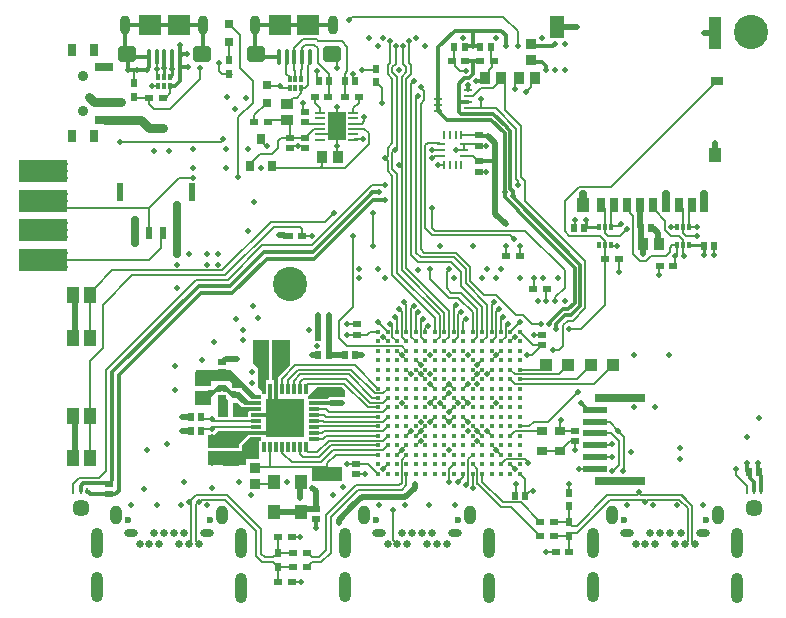
<source format=gtl>
G04*
G04 #@! TF.GenerationSoftware,Altium Limited,Altium Designer,19.0.15 (446)*
G04*
G04 Layer_Physical_Order=1*
G04 Layer_Color=255*
%FSLAX42Y42*%
%MOMM*%
G71*
G01*
G75*
%ADD10C,0.25*%
%ADD15C,0.20*%
%ADD16C,0.38*%
%ADD18C,0.15*%
%ADD21R,0.29X0.53*%
%ADD22R,0.65X0.27*%
%ADD23R,0.65X0.25*%
%ADD24R,0.90X1.00*%
%ADD25R,0.60X0.64*%
%ADD26R,0.75X0.60*%
%ADD27R,0.64X0.60*%
%ADD28R,0.95X0.85*%
%ADD29R,0.80X1.00*%
%ADD30R,1.50X0.70*%
%ADD31R,0.60X0.75*%
%ADD32R,0.30X0.60*%
%ADD33R,0.25X0.68*%
%ADD34R,0.68X0.25*%
%ADD35R,0.60X1.10*%
%ADD36R,0.60X1.50*%
%ADD37R,0.85X0.65*%
%ADD38R,2.00X0.60*%
%ADD39R,4.20X0.70*%
%ADD40R,0.30X0.52*%
%ADD41C,0.40*%
%ADD42R,1.90X1.80*%
G04:AMPARAMS|DCode=43|XSize=1.6mm|YSize=1.4mm|CornerRadius=0.35mm|HoleSize=0mm|Usage=FLASHONLY|Rotation=180.000|XOffset=0mm|YOffset=0mm|HoleType=Round|Shape=RoundedRectangle|*
%AMROUNDEDRECTD43*
21,1,1.60,0.70,0,0,180.0*
21,1,0.90,1.40,0,0,180.0*
1,1,0.70,-0.45,0.35*
1,1,0.70,0.45,0.35*
1,1,0.70,0.45,-0.35*
1,1,0.70,-0.45,-0.35*
%
%ADD43ROUNDEDRECTD43*%
%ADD44O,0.40X1.35*%
%ADD45R,1.05X1.40*%
%ADD46R,1.00X0.90*%
%ADD47R,0.70X1.20*%
%ADD48R,1.00X1.20*%
%ADD49R,1.00X0.80*%
%ADD50R,1.00X2.80*%
%ADD51R,1.30X1.90*%
%ADD52R,0.80X0.80*%
%ADD53R,0.65X0.95*%
%ADD54R,0.85X0.25*%
%ADD55R,1.58X2.48*%
%ADD56R,1.00X1.00*%
%ADD57R,1.00X1.00*%
%ADD58R,4.06X1.91*%
%ADD59R,1.10X1.20*%
%ADD60R,0.30X0.91*%
%ADD61R,0.91X0.30*%
%ADD62R,3.25X3.25*%
%ADD63R,1.40X1.30*%
%ADD64R,1.30X1.40*%
%ADD65R,2.50X1.25*%
%ADD131C,0.30*%
%ADD132C,0.51*%
%ADD133C,0.76*%
%ADD134C,0.64*%
%ADD135C,1.45*%
%ADD136C,0.90*%
%ADD137C,0.65*%
%ADD138O,1.15X0.65*%
%ADD139C,0.60*%
%ADD140O,1.00X1.60*%
%ADD141O,1.00X2.56*%
%ADD142O,0.90X1.60*%
%ADD143C,2.90*%
%ADD144C,0.46*%
G36*
X1920Y-3000D02*
X1820Y-3100D01*
X1820D01*
Y-3130D01*
X1770D01*
Y-2790D01*
X1920D01*
Y-3000D01*
D02*
G37*
G36*
X1750Y-3130D02*
X1720D01*
Y-3230D01*
X1690D01*
X1650Y-3190D01*
X1650Y-3030D01*
X1610Y-2990D01*
Y-2790D01*
X1750D01*
Y-3130D01*
D02*
G37*
G36*
X1420Y-3040D02*
X1655Y-3275D01*
X1594Y-3275D01*
X1454Y-3135D01*
X1130Y-3135D01*
Y-3040D01*
X1420Y-3040D01*
D02*
G37*
G36*
X2390Y-3220D02*
Y-3270D01*
X2260D01*
X2240Y-3290D01*
X2080D01*
Y-3260D01*
X2150Y-3190D01*
X2360D01*
X2390Y-3220D01*
D02*
G37*
G36*
X1440Y-3230D02*
X1500D01*
X1580Y-3310D01*
Y-3340D01*
X1540D01*
X1480Y-3280D01*
X1440D01*
X1380Y-3220D01*
Y-3210D01*
X1320D01*
X1250Y-3280D01*
Y-3240D01*
X1320Y-3170D01*
Y-3170D01*
X1380D01*
X1440Y-3230D01*
D02*
G37*
G36*
X1400Y-3300D02*
Y-3440D01*
X1310D01*
Y-3294D01*
X1330Y-3270D01*
X1370D01*
X1400Y-3300D01*
D02*
G37*
G36*
X1520Y-3360D02*
X1570D01*
Y-3440D01*
X1440Y-3440D01*
Y-3320D01*
X1480Y-3320D01*
X1520Y-3360D01*
D02*
G37*
G36*
X1570Y-3590D02*
X1460Y-3700D01*
X1230D01*
Y-3590D01*
X1280D01*
X1310Y-3560D01*
X1570D01*
Y-3590D01*
D02*
G37*
G36*
X1660Y-3800D02*
X1550D01*
Y-3850D01*
X1230D01*
Y-3730D01*
X1520D01*
Y-3680D01*
X1590Y-3610D01*
X1660D01*
Y-3800D01*
D02*
G37*
D10*
X1350Y-2976D02*
X1351Y-2975D01*
X1350Y-3350D02*
Y-3284D01*
Y-3382D02*
Y-3350D01*
Y-3382D02*
X1376Y-3408D01*
Y-3410D02*
Y-3408D01*
X1780Y-3550D02*
X1880Y-3450D01*
X1755Y-3575D02*
X1780Y-3550D01*
X1855Y-3425D02*
X1880Y-3450D01*
X5426Y-2066D02*
Y-1990D01*
X5424Y-1988D02*
X5426Y-1990D01*
X5300Y-1988D02*
X5424D01*
X4422Y-1833D02*
X4540D01*
X860Y-562D02*
X860Y-562D01*
X860Y-562D02*
Y-490D01*
X910Y-562D02*
X925Y-547D01*
Y-495D01*
X4430Y-1824D02*
Y-1770D01*
X4414Y-1840D02*
X4422Y-1833D01*
X4430Y-1824D01*
D15*
X340Y-2860D02*
Y-2490D01*
X233Y-2967D02*
X340Y-2860D01*
X233Y-3430D02*
Y-2967D01*
X3963Y-610D02*
X4003Y-570D01*
X3850Y-1480D02*
Y-1440D01*
X3840Y-1430D02*
X3850Y-1440D01*
X3840Y-1430D02*
Y-1000D01*
X3740Y-840D02*
Y-570D01*
Y-840D02*
X3880Y-980D01*
Y-1410D02*
Y-980D01*
Y-1410D02*
X3910Y-1440D01*
Y-1610D02*
Y-1440D01*
X3540Y-825D02*
X3665D01*
X3430D02*
X3540D01*
X3538Y-823D02*
X3540Y-825D01*
X3538Y-823D02*
Y-750D01*
X3665Y-825D02*
X3840Y-1000D01*
X3910Y-1610D02*
X4420Y-2120D01*
X2420Y-80D02*
X2450Y-50D01*
X3730D01*
X3850Y-170D01*
Y-300D02*
Y-170D01*
X3960Y-650D02*
Y-620D01*
X3963Y-617D01*
Y-610D01*
X4003Y-570D02*
X4010D01*
X3920Y-690D02*
X3960Y-650D01*
X3640Y-656D02*
X3673Y-623D01*
Y-605D01*
X3708Y-570D01*
X3538Y-656D02*
X3640D01*
X3471Y-723D02*
X3538Y-656D01*
X3432Y-723D02*
X3471D01*
X3430Y-725D02*
X3432Y-723D01*
X3830Y-603D02*
X3862Y-570D01*
X3830Y-660D02*
Y-603D01*
X4420Y-2520D02*
Y-2120D01*
X4316Y-2624D02*
X4420Y-2520D01*
X4276Y-2624D02*
X4316D01*
X3150Y-1862D02*
X3912D01*
X4250Y-2200D01*
Y-2345D02*
Y-2200D01*
X4170Y-2425D02*
X4250Y-2345D01*
X4170Y-2460D02*
Y-2425D01*
X3983Y-2360D02*
X3990Y-2352D01*
Y-2260D01*
X4090Y-2367D02*
X4097Y-2360D01*
X4090Y-2460D02*
Y-2367D01*
X3624Y-410D02*
X3644Y-430D01*
X3636Y-436D02*
X3642Y-430D01*
X3630Y-480D02*
Y-430D01*
X3609Y-501D02*
X3630Y-480D01*
X3609Y-544D02*
Y-501D01*
X3583Y-570D02*
X3609Y-544D01*
X4234Y-2666D02*
X4276Y-2624D01*
X4234Y-2836D02*
Y-2666D01*
X4200Y-2870D02*
X4234Y-2836D01*
X3296Y-430D02*
X3300D01*
X3292D02*
X3296D01*
X3360Y-510D02*
X3410D01*
X3320Y-470D02*
X3360Y-510D01*
X3320Y-470D02*
Y-450D01*
X3300Y-430D02*
X3320Y-450D01*
X3030Y-650D02*
X3060Y-680D01*
Y-760D02*
Y-680D01*
X3030Y-790D02*
X3060Y-760D01*
X3644Y-430D02*
X3647D01*
X3642D02*
X3644D01*
X3296D02*
X3316Y-410D01*
Y-310D01*
X3624Y-410D02*
Y-310D01*
X1908Y-656D02*
X1920Y-668D01*
X1840Y-656D02*
X1908D01*
X1680Y-1080D02*
X1683Y-1082D01*
Y-1112D02*
Y-1082D01*
X600Y-612D02*
Y-500D01*
X2790Y-1120D02*
Y-580D01*
Y-1120D02*
Y-1120D01*
X2870Y-1330D02*
Y-1290D01*
Y-2200D02*
Y-1330D01*
X5700Y-3930D02*
Y-3880D01*
X370Y-3894D02*
Y-3040D01*
X304Y-3960D02*
X370Y-3894D01*
X140Y-3960D02*
X304D01*
X90Y-4069D02*
Y-4010D01*
X140Y-3960D01*
X275Y-2345D02*
X420Y-2200D01*
X5700Y-3930D02*
X5791Y-4021D01*
Y-4067D02*
Y-4021D01*
X3551Y-3991D02*
X3724Y-4164D01*
X4370Y-3880D02*
X4510D01*
X4290Y-4333D02*
Y-4203D01*
X4288Y-4338D02*
Y-4330D01*
X4611Y-4099D02*
X4861D01*
X4317Y-4360D02*
X4317Y-4360D01*
X4310Y-4360D02*
X4317D01*
X4288Y-4338D02*
X4310Y-4360D01*
X4317Y-4360D02*
X4350D01*
X4611Y-4099D01*
X4288Y-4450D02*
Y-4442D01*
X4317Y-4420D02*
X4317Y-4420D01*
X4310Y-4420D02*
X4317D01*
X4288Y-4442D02*
X4310Y-4420D01*
X4317Y-4420D02*
X4353D01*
X4633Y-4140D01*
X4288Y-4200D02*
X4290Y-4203D01*
X4700Y-3556D02*
X4755Y-3611D01*
Y-3883D02*
Y-3611D01*
X4740Y-3897D02*
X4755Y-3883D01*
X4515Y-3485D02*
X4629D01*
X4510Y-3480D02*
X4515Y-3485D01*
X4629D02*
X4700Y-3556D01*
X4510Y-3580D02*
X4645D01*
X4661Y-3897D02*
X4710Y-3848D01*
Y-3645D01*
X4645Y-3580D02*
X4710Y-3645D01*
X4652Y-3897D02*
X4661D01*
X4645Y-3675D02*
X4650Y-3670D01*
X4515Y-3675D02*
X4645D01*
X4510Y-3680D02*
X4515Y-3675D01*
X4510Y-3780D02*
X4650D01*
X4510Y-3780D02*
X4510Y-3780D01*
X3870Y-3520D02*
X3950D01*
X3990Y-3480D01*
X4110D01*
X4360Y-3230D01*
X3970Y-2650D02*
X4050D01*
X4150Y-2870D02*
X4200D01*
X4388Y-2692D02*
X4590Y-2490D01*
X4290Y-2692D02*
X4388D01*
X4350Y-3120D02*
X4470Y-3000D01*
X3870Y-3120D02*
X4350D01*
X4500Y-3160D02*
X4660Y-3000D01*
X3900Y-3160D02*
X4500D01*
X4590Y-2490D02*
Y-1988D01*
X2108D02*
X2616Y-1480D01*
X2730D02*
X2730Y-1480D01*
X2616Y-1480D02*
X2730D01*
X1690Y-1988D02*
X2108D01*
X1397Y-2280D02*
X1690Y-1988D01*
X2027Y-1910D02*
X2110D01*
X2005Y-1830D02*
X2027Y-1852D01*
Y-1910D02*
Y-1852D01*
X1785Y-1830D02*
X2005D01*
X1375Y-2240D02*
X1785Y-1830D01*
X2340Y-2630D02*
X2460Y-2510D01*
Y-1910D01*
X3130Y-1842D02*
X3150Y-1862D01*
X3130Y-1842D02*
Y-1670D01*
X4447Y-3380D02*
X4510D01*
X2412Y-2744D02*
X2490D01*
X2410Y-2746D02*
X2412Y-2744D01*
X1130Y-2280D02*
X1397D01*
X370Y-3040D02*
X1130Y-2280D01*
X590Y-2240D02*
X1375D01*
X1762Y-1790D02*
X2220D01*
X1352Y-2200D02*
X1762Y-1790D01*
X420Y-2200D02*
X1352D01*
X340Y-2490D02*
X590Y-2240D01*
X275Y-2368D02*
Y-2345D01*
X233Y-2410D02*
X275Y-2368D01*
X732Y-1877D02*
Y-1670D01*
X730Y-1880D02*
X732Y-1877D01*
X-40Y-1670D02*
X20D01*
X-100D02*
X-40D01*
X-110D02*
X-100D01*
X-170Y-1610D02*
X-110Y-1670D01*
X732D02*
X986Y-1416D01*
X1106D01*
X20Y-1670D02*
X732D01*
X830Y-2006D02*
Y-1937D01*
X830Y-1937D01*
Y-1900D01*
X850Y-1880D01*
X726Y-2110D02*
X830Y-2006D01*
X20Y-2110D02*
X726D01*
X2220Y-1790D02*
X2300Y-1710D01*
X1340Y-1110D02*
X1360Y-1090D01*
X484Y-1110D02*
X1340D01*
X1360Y-3660D02*
X1380Y-3680D01*
X2483Y-4019D02*
X2850D01*
X2230Y-4272D02*
X2483Y-4019D01*
X2230Y-4570D02*
Y-4272D01*
X2500Y-4060D02*
X2870D01*
X2270Y-4290D02*
X2500Y-4060D01*
X2270Y-4590D02*
Y-4290D01*
X2189Y-4671D02*
X2270Y-4590D01*
X2170Y-4630D02*
X2230Y-4570D01*
X1860Y-3742D02*
X1938Y-3820D01*
X1860Y-3742D02*
Y-3700D01*
X1855Y-3695D02*
X1860Y-3700D01*
X1938Y-3820D02*
X2190D01*
X4633Y-4140D02*
X4910D01*
X3797Y-4204D02*
X4042Y-4450D01*
X3707Y-4204D02*
X3797D01*
X3513Y-4010D02*
X3707Y-4204D01*
X3510Y-4010D02*
X3513D01*
X3876Y-4164D02*
X4042Y-4330D01*
X3724Y-4164D02*
X3876D01*
X4830Y-2060D02*
X4890Y-2120D01*
X4830Y-2060D02*
Y-1740D01*
X4800Y-1710D02*
X4830Y-1740D01*
X5050Y-2240D02*
Y-2162D01*
X4210Y-3470D02*
X4215Y-3465D01*
X3974Y-2920D02*
X4060Y-2834D01*
X3930Y-2920D02*
X3974D01*
X4210Y-3560D02*
Y-3470D01*
X3870Y-3120D02*
X3870Y-3120D01*
X3790Y-2800D02*
X3830Y-2760D01*
X-40Y-2110D02*
X20D01*
X-100D02*
X-40D01*
X-160D02*
X-100D01*
X-170D02*
X-160D01*
X-40Y-1610D02*
X20D01*
X-100D02*
X-40D01*
X-160D02*
X-100D01*
X-170D02*
X-160D01*
X233Y-3790D02*
Y-3430D01*
X2700Y-780D02*
Y-657D01*
X4708Y-2100D02*
X4710Y-2102D01*
Y-2210D02*
Y-2102D01*
X3750Y-2077D02*
X3753Y-2080D01*
X3750Y-2077D02*
Y-1990D01*
X2650Y-607D02*
X2700Y-657D01*
X5300Y-1833D02*
X5370D01*
X4590Y-1880D02*
Y-1833D01*
X5250Y-2070D02*
X5260Y-2080D01*
X5250Y-2070D02*
Y-1988D01*
X5167Y-2160D02*
X5180Y-2148D01*
Y-2080D01*
X5190D01*
X5200Y-2070D01*
X5108Y-2080D02*
X5140Y-2048D01*
X4890Y-2120D02*
X4940D01*
X4980Y-2080D02*
X5108D01*
X4940Y-2120D02*
X4980Y-2080D01*
X5162Y-1988D02*
X5200D01*
X5140Y-2010D02*
X5162Y-1988D01*
X5140Y-2048D02*
Y-2010D01*
X5200Y-2070D02*
Y-1988D01*
X4800Y-1710D02*
Y-1670D01*
X4780Y-1650D02*
X4800Y-1670D01*
X5100Y-1860D02*
Y-1780D01*
X5020Y-1700D02*
X5100Y-1780D01*
X5020Y-1700D02*
Y-1670D01*
X5100Y-1860D02*
X5150Y-1910D01*
X5220D01*
X5000Y-1650D02*
X5020Y-1670D01*
X5514Y-2066D02*
Y-1990D01*
X3410Y-2310D02*
X3590Y-2490D01*
X3370Y-2330D02*
X3550Y-2510D01*
X3270Y-2430D02*
X3350D01*
X3110Y-2270D02*
X3270Y-2430D01*
X3110Y-2270D02*
Y-2190D01*
X3290Y-2390D02*
X3370D01*
X3250Y-2350D02*
X3290Y-2390D01*
X3250Y-2350D02*
Y-2210D01*
X3270Y-2190D01*
X3350Y-2430D02*
X3470Y-2550D01*
X2910Y-2180D02*
Y-580D01*
Y-2180D02*
X3270Y-2540D01*
Y-2680D02*
Y-2540D01*
X3230Y-2720D02*
Y-2560D01*
X2870Y-2200D02*
X3230Y-2560D01*
X3190Y-2680D02*
Y-2580D01*
X3150Y-2720D02*
Y-2600D01*
X2750Y-460D02*
X2770Y-440D01*
Y-260D01*
X2910Y-580D02*
X2950Y-540D01*
Y-460D01*
X2930Y-440D02*
X2950Y-460D01*
X2930Y-440D02*
Y-260D01*
X2870Y-560D02*
X2910Y-520D01*
Y-480D01*
X2880Y-450D02*
X2910Y-480D01*
X2880Y-450D02*
Y-300D01*
X2790Y-480D02*
X2820Y-450D01*
Y-300D01*
X5280Y-1910D02*
X5370D01*
X5250Y-1880D02*
X5280Y-1910D01*
X5250Y-1880D02*
Y-1833D01*
Y-1988D02*
Y-1940D01*
X5220Y-1910D02*
X5250Y-1940D01*
X5153Y-1833D02*
X5200D01*
X4640D02*
Y-1680D01*
X4670Y-1650D01*
X4590Y-1833D02*
Y-1680D01*
X4560Y-1650D02*
X4590Y-1680D01*
X5300Y-1833D02*
Y-1680D01*
X5330Y-1650D01*
X5250Y-1833D02*
Y-1680D01*
X5220Y-1650D02*
X5250Y-1680D01*
X1320Y-510D02*
Y-440D01*
Y-510D02*
X1348Y-538D01*
X1410Y-422D02*
Y-265D01*
Y-425D02*
Y-422D01*
Y-538D02*
X1430D01*
X1348D02*
X1410D01*
X1790Y-1330D02*
X2390D01*
X2190Y-1315D02*
X2192Y-1312D01*
X1775Y-1315D02*
X1790Y-1330D01*
X2192Y-1312D02*
Y-1240D01*
X2320Y-1232D02*
X2327Y-1240D01*
X2320Y-1232D02*
Y-1150D01*
X3590Y-2690D02*
Y-2490D01*
X3550Y-2720D02*
Y-2510D01*
X3510Y-2690D02*
Y-2530D01*
X3370Y-2390D02*
X3510Y-2530D01*
X3470Y-2720D02*
Y-2550D01*
X3790Y-2720D02*
X3870Y-2640D01*
X3750Y-2670D02*
X3770Y-2650D01*
X3750Y-2690D02*
Y-2670D01*
X3710Y-2610D02*
X3730Y-2590D01*
X3670Y-2550D02*
X3690Y-2530D01*
X3670Y-2690D02*
Y-2550D01*
X3630Y-2490D02*
X3650Y-2470D01*
X3630Y-2720D02*
Y-2490D01*
X3390Y-2630D02*
X3410Y-2610D01*
X3390Y-2720D02*
Y-2630D01*
X3350Y-2570D02*
X3370Y-2550D01*
X3310Y-2510D02*
X3330Y-2490D01*
X3310Y-2720D02*
Y-2510D01*
X2670Y-2640D02*
Y-2640D01*
Y-2640D02*
X2750Y-2720D01*
X2890Y-2470D02*
X2910Y-2490D01*
Y-2720D02*
Y-2490D01*
X2850Y-2530D02*
X2870Y-2550D01*
Y-2690D02*
Y-2550D01*
X2810Y-2590D02*
X2830Y-2610D01*
Y-2720D02*
Y-2610D01*
X2790Y-2690D02*
Y-2670D01*
X2770Y-2650D02*
X2790Y-2670D01*
X2950Y-2520D02*
X2970Y-2500D01*
X2950Y-2690D02*
Y-2520D01*
X2990Y-2570D02*
X3010Y-2550D01*
X2990Y-2720D02*
Y-2570D01*
X3030Y-2630D02*
X3050Y-2610D01*
X3030Y-2690D02*
Y-2630D01*
X3070Y-2690D02*
X3090Y-2670D01*
X3070Y-2720D02*
Y-2690D01*
X4340Y-3720D02*
Y-3644D01*
X4291D02*
X4340D01*
X4210Y-3725D02*
X4291Y-3644D01*
X4055Y-3725D02*
X4210D01*
X4336Y-3560D02*
X4340Y-3556D01*
X4210Y-3560D02*
X4336D01*
X3900D02*
X4055D01*
X3590D02*
X3630Y-3600D01*
X3954Y-4070D02*
X3980D01*
X3914Y-4110D02*
X3954Y-4070D01*
X3840Y-4096D02*
Y-4010D01*
X3826Y-4110D02*
X3840Y-4096D01*
X4290Y-4083D02*
Y-4010D01*
X4090Y-4580D02*
X4172D01*
X3551Y-3991D02*
Y-3921D01*
X3550Y-3920D02*
X3551Y-3921D01*
X3510Y-4010D02*
Y-3950D01*
X795Y-547D02*
X810Y-562D01*
X795Y-547D02*
Y-495D01*
X2280Y-370D02*
X2320Y-410D01*
Y-490D02*
Y-410D01*
Y-980D02*
Y-820D01*
X2252Y-1047D02*
X2320Y-980D01*
X2150Y-584D02*
Y-510D01*
Y-584D02*
X2166Y-600D01*
X2030Y-836D02*
X2050Y-856D01*
X1830Y-440D02*
Y-392D01*
X1840Y-656D02*
Y-640D01*
X2030Y-836D02*
Y-780D01*
X2178Y-1047D02*
X2252D01*
X2320Y-1150D02*
Y-980D01*
X1585Y-1315D02*
Y-1295D01*
X1670Y-1210D01*
X1770D01*
X1844Y-1076D02*
X1920D01*
X1738Y-940D02*
X1750Y-927D01*
X1900D01*
X2124Y-1002D02*
X2178D01*
X2050Y-1076D02*
X2124Y-1002D01*
X1920Y-1076D02*
X2050D01*
X1920D02*
Y-947D01*
X1900Y-927D02*
X1920Y-947D01*
X2063Y-957D02*
X2178D01*
X2050Y-944D02*
X2063Y-957D01*
X1893Y-533D02*
Y-394D01*
X1895Y-392D01*
X1893Y-533D02*
X1920Y-560D01*
Y-592D02*
Y-582D01*
Y-560D01*
X2090Y-392D02*
X2097Y-399D01*
X2090Y-450D02*
Y-392D01*
X1980Y-740D02*
X2020Y-700D01*
X1952Y-740D02*
X1980D01*
X1900Y-792D02*
X1952Y-740D01*
X2020Y-700D02*
Y-658D01*
X2080Y-460D02*
X2090Y-450D01*
X2080Y-630D02*
Y-460D01*
X2052Y-658D02*
X2080Y-630D01*
X2020Y-658D02*
X2052D01*
X2020Y-500D02*
X2025Y-495D01*
X2020Y-592D02*
Y-582D01*
Y-500D01*
X2160Y-440D02*
Y-320D01*
X2254Y-600D02*
Y-534D01*
X2025Y-315D02*
X2050Y-290D01*
X2130D02*
X2160Y-320D01*
X2254Y-723D02*
Y-600D01*
X2248Y-730D02*
X2254Y-723D01*
X2160Y-440D02*
X2173Y-453D01*
X2173D01*
X2207Y-487D01*
Y-487D02*
Y-487D01*
Y-487D02*
X2254Y-534D01*
X2050Y-290D02*
X2130D01*
X1960Y-500D02*
X1970Y-510D01*
Y-592D02*
Y-582D01*
Y-510D01*
X2386Y-600D02*
Y-534D01*
X2165Y-260D02*
X2360D01*
X2410Y-310D01*
X2386Y-723D02*
Y-600D01*
Y-723D02*
X2392Y-730D01*
X1960Y-315D02*
X2031Y-244D01*
X2149D01*
X2165Y-260D01*
X2386Y-534D02*
X2410Y-510D01*
Y-310D01*
X2133Y-782D02*
Y-730D01*
Y-782D02*
X2178Y-828D01*
Y-867D02*
Y-828D01*
X2461Y-867D02*
Y-828D01*
X4158Y-4450D02*
X4288D01*
Y-4580D02*
Y-4450D01*
X4158Y-4330D02*
X4288D01*
X3230Y-3200D02*
X3270Y-3160D01*
X3270D01*
X3310Y-3200D02*
X3310D01*
X3270Y-3160D02*
X3310Y-3200D01*
X3150Y-3280D02*
Y-3280D01*
X3110Y-3320D02*
X3150Y-3280D01*
Y-3360D02*
Y-3360D01*
X3110Y-3320D02*
X3150Y-3360D01*
X3230Y-3440D02*
X3270Y-3480D01*
X3310Y-3440D02*
Y-3440D01*
X3270Y-3480D02*
X3310Y-3440D01*
X3390Y-3360D02*
X3390D01*
X3430Y-3320D01*
X3390Y-3280D02*
X3430Y-3320D01*
X3230Y-3280D02*
X3270Y-3240D01*
X3270D01*
X3310Y-3280D02*
Y-3280D01*
Y-3280D02*
X3350Y-3320D01*
X3270Y-3400D02*
X3310Y-3360D01*
X3190Y-3320D02*
X3230Y-3360D01*
X3030Y-3080D02*
X3070Y-3120D01*
X3470D02*
X3470D01*
X3510Y-3080D01*
X3550Y-3040D02*
Y-3040D01*
X3510Y-3080D02*
X3550Y-3040D01*
X3030Y-3560D02*
X3070Y-3520D01*
X2990Y-3600D02*
X3030Y-3560D01*
X3470Y-3520D02*
X3510Y-3560D01*
X3510D01*
X3510D02*
X3550Y-3600D01*
X3630Y-3680D02*
X3670Y-3720D01*
X3710Y-3760D01*
X3630Y-2960D02*
X3630D01*
X3670Y-2920D01*
X3710Y-2880D01*
X3110Y-3160D02*
X3150Y-3200D01*
X3110Y-3160D02*
Y-3160D01*
X3390Y-3200D02*
X3390D01*
X3430Y-3160D01*
X3390Y-3440D02*
X3430Y-3480D01*
X3110Y-3480D02*
X3150Y-3440D01*
X3110Y-3480D02*
Y-3480D01*
X3510Y-3000D02*
X3550Y-2960D01*
X3510Y-3000D02*
Y-3000D01*
X2990Y-2960D02*
X3030Y-3000D01*
X3590Y-3080D02*
X3630Y-3040D01*
X3590Y-3080D02*
Y-3080D01*
X3550Y-3680D02*
Y-3680D01*
X3510Y-3640D02*
X3550Y-3680D01*
X3790Y-3840D02*
X3830Y-3880D01*
X3790Y-2800D02*
X3790D01*
X2710Y-2760D02*
X2750Y-2800D01*
X3710Y-2720D02*
Y-2610D01*
X910Y-700D02*
Y-638D01*
X870Y-740D02*
X910Y-700D01*
X848Y-740D02*
X870D01*
X612D02*
X732D01*
X600Y-728D02*
X612Y-740D01*
X752Y-638D02*
X810D01*
X2460Y-1094D02*
X2461Y-1092D01*
X2550Y-937D02*
Y-900D01*
X2530Y-957D02*
X2550Y-937D01*
X2461Y-957D02*
X2530D01*
X3350Y-2680D02*
Y-2570D01*
X5270Y-4514D02*
X5290Y-4494D01*
Y-4210D01*
X5220Y-4140D02*
X5290Y-4210D01*
X4950Y-4140D02*
X5220D01*
X4930Y-4160D02*
X4950Y-4140D01*
X5331Y-4495D02*
X5350Y-4514D01*
X5328Y-4191D02*
X5331D01*
X5237Y-4099D02*
X5328Y-4191D01*
X5331Y-4495D02*
Y-4191D01*
X5239Y-4099D02*
X5331Y-4191D01*
X4899Y-4099D02*
X5237D01*
X4880Y-4080D02*
X4899Y-4099D01*
X4910Y-4140D02*
X4930Y-4160D01*
X4861Y-4099D02*
X4880Y-4080D01*
X4288Y-4330D02*
X4290Y-4333D01*
X1130Y-4494D02*
X1150Y-4514D01*
X1070D02*
X1089Y-4495D01*
X1150Y-4160D02*
X1170Y-4140D01*
X1370D01*
X1131Y-4099D02*
X1389D01*
X3470Y-4040D02*
Y-3920D01*
X3430Y-4000D02*
Y-3950D01*
X3410Y-4020D02*
X3430Y-4000D01*
X3390Y-3950D02*
Y-3920D01*
X3350Y-3990D02*
X3390Y-3950D01*
X3270Y-3990D02*
Y-3950D01*
X3870Y-3920D02*
X3914Y-3964D01*
Y-4110D02*
Y-3964D01*
X3986Y-2746D02*
X4060D01*
X3870Y-2720D02*
X3984Y-2834D01*
X4060D01*
X2036Y-1150D02*
X2050Y-1164D01*
X1990Y-1150D02*
X2036D01*
X1920Y-1164D02*
X1934Y-1150D01*
X1990D01*
X3790Y-3040D02*
X3830Y-3080D01*
X3870Y-3040D02*
X4050D01*
X4090Y-3000D01*
X3900Y-3080D02*
X4200D01*
X4280Y-3000D01*
X3790Y-3120D02*
X3790D01*
X3830Y-3160D01*
X1680Y-1085D02*
Y-1080D01*
X1770Y-1210D02*
X1820Y-1160D01*
Y-1100D01*
X1844Y-1076D01*
X1683Y-1112D02*
X1720Y-1150D01*
X1730D01*
X3219Y-1300D02*
X3225Y-1306D01*
X3180Y-1130D02*
X3199D01*
X3375Y-1054D02*
X3379Y-1050D01*
X3514D01*
X3520Y-1056D01*
X3401Y-1180D02*
Y-1130D01*
X3506D01*
X3520Y-1144D01*
X2490Y-2744D02*
X2576D01*
X2600Y-2720D01*
X2670D01*
X2406Y-2656D02*
X2490D01*
X1960Y-500D02*
Y-392D01*
Y-315D01*
X2025Y-495D02*
Y-392D01*
Y-315D01*
X795Y-495D02*
Y-390D01*
X2508Y-782D02*
Y-730D01*
X2461Y-828D02*
X2508Y-782D01*
X2460Y-586D02*
X2474Y-600D01*
X2460Y-586D02*
Y-540D01*
X1623Y-940D02*
Y-888D01*
X1730Y-780D01*
Y-630D02*
X1740Y-640D01*
X1840D01*
X1487Y-1413D02*
Y-903D01*
X1610Y-780D01*
Y-600D01*
X1500Y-490D02*
X1610Y-600D01*
X1500Y-490D02*
Y-205D01*
X1410Y-115D02*
X1500Y-205D01*
X732Y-793D02*
Y-740D01*
Y-793D02*
X770Y-830D01*
X910D01*
X1160Y-580D01*
Y-490D01*
X2410Y-2840D02*
X2640D01*
X2990Y-3040D02*
X3030Y-3080D01*
X2990Y-3600D02*
X2990D01*
X2240Y-3860D02*
Y-3830D01*
Y-3920D02*
Y-3860D01*
Y-3830D02*
X2310Y-3760D01*
X1460D02*
X1470Y-3750D01*
X1420Y-3800D02*
X1460Y-3760D01*
X2580Y-3360D02*
X2670D01*
X2380Y-3160D02*
X2580Y-3360D01*
X2080Y-3160D02*
X2380D01*
X2600Y-3320D02*
X2640D01*
X2400Y-3120D02*
X2600Y-3320D01*
X2030Y-3120D02*
X2400D01*
X2620Y-3280D02*
X2670D01*
X2420Y-3080D02*
X2620Y-3280D01*
X2010Y-3080D02*
X2420D01*
X2440Y-3040D02*
X2640Y-3240D01*
X1990Y-3040D02*
X2440D01*
X2470Y-3000D02*
X2670Y-3200D01*
X1970Y-3000D02*
X2470D01*
X2800Y-4484D02*
X2830Y-4514D01*
X2107Y-4671D02*
X2189D01*
X2108Y-4630D02*
X2170D01*
X1783Y-4670D02*
X1820Y-4708D01*
X1690Y-4670D02*
X1783D01*
X1640Y-4620D02*
X1690Y-4670D01*
X1783Y-4630D02*
X1820Y-4592D01*
X1710Y-4630D02*
X1783D01*
X1680Y-4600D02*
X1710Y-4630D01*
X1680Y-4600D02*
Y-4390D01*
X1389Y-4099D02*
X1680Y-4390D01*
X1640Y-4620D02*
Y-4410D01*
X1370Y-4140D02*
X1640Y-4410D01*
X1380Y-3680D02*
X1420Y-3640D01*
X1380Y-3760D02*
X1420Y-3800D01*
X2406Y-3836D02*
X2480D01*
X2586D01*
X2670Y-3920D01*
X2480Y-3924D02*
X2556D01*
X2869Y-4000D02*
Y-3950D01*
X2850Y-4019D02*
X2869Y-4000D01*
X2910Y-4020D02*
Y-3920D01*
X2870Y-4060D02*
X2910Y-4020D01*
X2800Y-4484D02*
Y-4230D01*
X1070Y-4160D02*
X1131Y-4099D01*
X1130Y-4494D02*
Y-4180D01*
X1150Y-4160D01*
X1089Y-4495D02*
Y-4179D01*
X1070Y-4160D02*
X1089Y-4179D01*
X2710Y-3880D02*
Y-3880D01*
X2750Y-3840D01*
X2950Y-3560D02*
X2950D01*
X2910Y-3600D02*
X2950Y-3560D01*
X3030Y-3640D02*
X3030D01*
X2990Y-3680D02*
X3030Y-3640D01*
X2910Y-3040D02*
X2950Y-3080D01*
X2830Y-2880D02*
X2870Y-2920D01*
Y-2920D01*
Y-2920D02*
X2910Y-2960D01*
X2830Y-3760D02*
X2870Y-3720D01*
X2830Y-3760D02*
X2830D01*
X2870Y-3720D02*
X2910Y-3680D01*
Y-3680D01*
X1820Y-4592D02*
X1823Y-4590D01*
X1952D01*
X1820Y-4838D02*
X1823Y-4840D01*
X1820Y-4838D02*
Y-4708D01*
X1823Y-4710D01*
X1952D01*
X2125Y-3525D02*
X2130Y-3520D01*
X2670D01*
X2125Y-3425D02*
X2215D01*
X2230Y-3440D01*
X2670D01*
X2125Y-3475D02*
X2205D01*
X2210Y-3480D01*
X2640D01*
X2125Y-3375D02*
X2225D01*
X2250Y-3400D01*
X2640D01*
X2299Y-3325D02*
X2300Y-3324D01*
X2055Y-3185D02*
X2080Y-3160D01*
X2055Y-3205D02*
Y-3185D01*
X2005Y-3145D02*
X2030Y-3120D01*
X2005Y-3205D02*
Y-3145D01*
X1955Y-3135D02*
X2010Y-3080D01*
X1955Y-3205D02*
Y-3135D01*
X1905Y-3125D02*
X1990Y-3040D01*
X1905Y-3205D02*
Y-3125D01*
X1855Y-3115D02*
X1970Y-3000D01*
X1855Y-3205D02*
Y-3115D01*
X2210Y-3560D02*
X2640D01*
X2195Y-3575D02*
X2210Y-3560D01*
X2125Y-3575D02*
X2195D01*
X2230Y-3600D02*
X2670D01*
X2205Y-3625D02*
X2230Y-3600D01*
X2125Y-3625D02*
X2205D01*
X2250Y-3640D02*
X2640D01*
X2150Y-3740D02*
X2250Y-3640D01*
X2080Y-3740D02*
X2150D01*
X2055Y-3715D02*
X2080Y-3740D01*
X2055Y-3715D02*
Y-3695D01*
X2270Y-3680D02*
X2670D01*
X2170Y-3780D02*
X2270Y-3680D01*
X2030Y-3780D02*
X2170D01*
X2005Y-3755D02*
X2030Y-3780D01*
X2005Y-3755D02*
Y-3695D01*
X2290Y-3720D02*
X2640D01*
X2190Y-3820D02*
X2290Y-3720D01*
X2310Y-3760D02*
X2670D01*
X1804Y-3030D02*
X1805Y-3031D01*
X1705Y-3041D02*
X1716Y-3030D01*
X2067Y-4590D02*
X2108Y-4630D01*
X2067Y-4710D02*
X2107Y-4671D01*
X1938Y-4840D02*
X2020D01*
X1630Y-4005D02*
X1773D01*
X1785Y-3993D01*
X1630Y-3875D02*
X1645Y-3860D01*
X1755Y-3858D02*
Y-3695D01*
X1752Y-3860D02*
X1755Y-3858D01*
X1645Y-3860D02*
X1752D01*
X1938Y-4460D02*
X2010D01*
X1820Y-4592D02*
Y-4462D01*
X1823Y-4460D01*
X1174Y-3560D02*
X1194Y-3540D01*
X1260D01*
X1275Y-3525D01*
X1635D01*
X1174Y-3440D02*
X1194Y-3460D01*
X1260D01*
X1275Y-3475D01*
X1635D01*
X1752Y-3860D02*
X2240D01*
X2390Y-1330D02*
X2590Y-1130D01*
X2461Y-1002D02*
X2552D01*
X2590Y-1040D01*
Y-1130D02*
Y-1040D01*
X2461Y-1092D02*
X2464Y-1090D01*
X2540D01*
X2950Y-620D02*
X2970Y-600D01*
X2950Y-2070D02*
Y-620D01*
Y-2070D02*
X3010Y-2130D01*
X3290D01*
X3370Y-2210D01*
Y-2330D02*
Y-2210D01*
X2990Y-740D02*
X3010Y-720D01*
X2990Y-2050D02*
Y-740D01*
Y-2050D02*
X3030Y-2090D01*
X3310D01*
X3410Y-2190D01*
Y-2310D02*
Y-2190D01*
X3030Y-2020D02*
Y-790D01*
Y-2020D02*
X3060Y-2050D01*
X3330D01*
X3450Y-2170D01*
Y-2290D02*
Y-2170D01*
Y-2290D02*
X3570Y-2410D01*
X3670D01*
X3840Y-2580D01*
X4326Y-1840D02*
X4340Y-1826D01*
Y-1770D01*
X5050Y-2162D02*
X5053Y-2160D01*
X4645Y-1490D02*
X5535Y-600D01*
X4250Y-1870D02*
X4290Y-1910D01*
X4550D01*
X4590Y-1950D01*
Y-1988D02*
Y-1950D01*
X4640Y-1833D02*
X4653Y-1820D01*
X4590Y-1880D02*
X4620Y-1910D01*
X4653Y-1820D02*
X4710D01*
X4720Y-1810D01*
X4730D01*
X4620Y-1910D02*
X4720D01*
X4780Y-1850D01*
X4640Y-1988D02*
X4642Y-1990D01*
X4690D01*
X2340Y-2770D02*
Y-2630D01*
Y-2770D02*
X2410Y-2840D01*
X2630Y-1990D02*
Y-1710D01*
X3870Y-2077D02*
Y-1990D01*
X3867Y-2080D02*
X3870Y-2077D01*
X3900Y-2580D02*
X3970Y-2650D01*
X3840Y-2580D02*
X3900D01*
X3070Y-1840D02*
X3130Y-1900D01*
X3790D01*
X3820Y-1930D01*
X3130Y-1180D02*
X3199D01*
X3130Y-1180D02*
X3130Y-1180D01*
X3150Y-1230D02*
X3199D01*
X3130Y-1250D02*
X3150Y-1230D01*
X3174Y-1306D02*
X3225D01*
X3070Y-1840D02*
Y-1144D01*
Y-1140D02*
X3090Y-1120D01*
X3189D01*
X3199Y-1130D01*
X3330Y-1180D02*
X3401D01*
X3520Y-1144D02*
X3586D01*
X2730Y-1250D02*
X2750Y-1230D01*
X2730Y-1250D02*
X2750Y-1270D01*
X2730Y-1250D02*
X2730D01*
X2790Y-1200D02*
X2810Y-1180D01*
X2850Y-1310D02*
X2870Y-1330D01*
X2850Y-1310D02*
X2850D01*
X2850D02*
X2870Y-1290D01*
Y-560D01*
X2790Y-1340D02*
X2830Y-1380D01*
Y-2220D02*
Y-1380D01*
X2790Y-1340D02*
Y-1200D01*
X2830Y-2220D02*
X3190Y-2580D01*
X2750Y-1360D02*
X2790Y-1400D01*
Y-2240D02*
Y-1400D01*
X2750Y-1360D02*
Y-1270D01*
X2790Y-2240D02*
X3150Y-2600D01*
X2790Y-520D02*
X2830Y-560D01*
Y-1160D02*
Y-560D01*
X2810Y-1180D02*
X2830Y-1160D01*
X2790Y-520D02*
Y-480D01*
X2750Y-540D02*
X2790Y-580D01*
X2750Y-1160D02*
X2790Y-1120D01*
X2750Y-1230D02*
Y-1160D01*
Y-540D02*
Y-460D01*
X2530Y-500D02*
X2642D01*
X2650Y-493D01*
X233Y-2770D02*
Y-2410D01*
X3474Y-1230D02*
X3520Y-1276D01*
X3401Y-1230D02*
X3474D01*
X3520Y-1364D02*
X3586D01*
X3520Y-1056D02*
X3524Y-1060D01*
X4250Y-1870D02*
Y-1610D01*
X4370Y-1490D01*
X4645D01*
D16*
X3656Y-1276D02*
X3660Y-1280D01*
X3520Y-1276D02*
X3656D01*
X3500Y-600D02*
X3501Y-599D01*
X3561D01*
X3570Y-590D01*
X3970Y-420D02*
Y-410D01*
X4089Y-499D02*
Y-469D01*
X4058Y-438D02*
X4089Y-469D01*
X3988Y-438D02*
X4058D01*
X3975Y-300D02*
X4148D01*
X4168Y-280D01*
X4170D01*
X3960Y-285D02*
X3975Y-300D01*
X4089Y-499D02*
X4090Y-500D01*
X3970Y-420D02*
X3988Y-438D01*
X4387Y-3320D02*
X4447Y-3380D01*
X860Y-490D02*
Y-390D01*
X925Y-495D02*
Y-390D01*
X952Y-638D02*
X990Y-600D01*
Y-480D02*
X1060D01*
X990Y-600D02*
Y-480D01*
Y-390D01*
Y-290D01*
X990Y-290D01*
X990Y-390D02*
X1010Y-370D01*
X1050D01*
X1662Y-392D02*
X1830D01*
X1640Y-370D02*
X1662Y-392D01*
X1630Y-360D02*
Y-125D01*
Y-360D02*
X1640Y-370D01*
X1630Y-125D02*
X1840D01*
X2080D01*
X2290D01*
X980Y-123D02*
X1190D01*
X740D02*
X980D01*
X530D02*
X740D01*
X530Y-358D02*
Y-123D01*
Y-358D02*
X540Y-367D01*
X1190Y-358D02*
Y-123D01*
X1180Y-367D02*
X1190Y-358D01*
X562Y-390D02*
X730D01*
Y-480D02*
Y-390D01*
X710Y-500D02*
X730Y-480D01*
X630Y-500D02*
X710D01*
X550D02*
Y-378D01*
X562Y-390D01*
X540Y-367D02*
X550Y-378D01*
Y-500D02*
X600D01*
X630D01*
X2140Y-4380D02*
Y-4304D01*
X3524Y-1060D02*
X3600D01*
D18*
X4020Y-4340D02*
X4042D01*
X3830Y-3160D02*
X3900D01*
X3830Y-3080D02*
X3900D01*
X3750Y-2760D02*
Y-2690D01*
X3670Y-2760D02*
Y-2690D01*
X3030Y-2760D02*
Y-2690D01*
Y-2760D02*
X3070Y-2800D01*
X2790Y-2760D02*
Y-2690D01*
Y-2760D02*
X2830Y-2800D01*
X2870Y-2760D02*
X2910Y-2800D01*
X2950Y-2760D02*
X2990Y-2800D01*
X3790Y-3600D02*
X3790D01*
X3830Y-3560D01*
X3900D01*
X3910Y-3800D02*
X3940Y-3830D01*
X3750Y-3800D02*
X3910D01*
X3510Y-3950D02*
Y-3880D01*
X3710Y-3840D02*
X3750Y-3800D01*
X3470Y-3840D02*
X3510Y-3880D01*
X3710Y-2800D02*
X3750Y-2760D01*
X3630Y-2800D02*
X3670Y-2760D01*
X3550Y-2800D02*
X3590Y-2760D01*
Y-2690D01*
X3470Y-2800D02*
X3510Y-2760D01*
Y-2690D01*
X2870Y-2760D02*
Y-2690D01*
X2950Y-2760D02*
Y-2690D01*
X3150Y-2800D02*
X3190Y-2760D01*
Y-2680D01*
X3230Y-2800D02*
X3270Y-2760D01*
Y-2680D01*
X3310Y-2800D02*
X3350Y-2760D01*
Y-2680D01*
X3430Y-3800D02*
X3470Y-3760D01*
X3430Y-3950D02*
Y-3800D01*
X3310Y-3840D02*
Y-3840D01*
X3270Y-3880D02*
X3310Y-3840D01*
X3270Y-3950D02*
Y-3880D01*
X2870Y-2840D02*
X2910Y-2880D01*
X2640Y-2840D02*
X2870D01*
X2910Y-2880D02*
Y-2880D01*
X2869Y-3801D02*
X2910Y-3760D01*
X2869Y-3950D02*
Y-3801D01*
X2640Y-3480D02*
X2710D01*
X2750Y-3440D01*
X2640Y-3400D02*
X2710D01*
X2750Y-3360D01*
X2710Y-3320D02*
X2750Y-3280D01*
X2640Y-3320D02*
X2710D01*
Y-3240D02*
X2750Y-3200D01*
X2640Y-3240D02*
X2710D01*
Y-3560D02*
X2750Y-3520D01*
X2640Y-3560D02*
X2710D01*
X2750Y-3600D02*
Y-3600D01*
X2710Y-3640D02*
X2750Y-3600D01*
X2640Y-3640D02*
X2710D01*
Y-3720D02*
X2750Y-3680D01*
X2640Y-3720D02*
X2710D01*
D21*
X5909Y-4067D02*
D03*
X5850D02*
D03*
X5791D02*
D03*
X90Y-4069D02*
D03*
X150D02*
D03*
X209D02*
D03*
D22*
X3430Y-675D02*
D03*
Y-925D02*
D03*
D23*
Y-725D02*
D03*
X3180Y-750D02*
D03*
X3430Y-775D02*
D03*
X3180Y-800D02*
D03*
X3430Y-825D02*
D03*
X3180Y-850D02*
D03*
X3430Y-875D02*
D03*
D24*
X3708Y-570D02*
D03*
X3572D02*
D03*
X3862D02*
D03*
X3997D02*
D03*
X5047Y-1980D02*
D03*
X4912D02*
D03*
X2327Y-1240D02*
D03*
X2192D02*
D03*
D25*
X3536Y-310D02*
D03*
X3624D02*
D03*
X5894Y-3910D02*
D03*
X5806D02*
D03*
X3404Y-310D02*
D03*
X3316D02*
D03*
X2474Y-2920D02*
D03*
X2386D02*
D03*
X2251Y-2760D02*
D03*
X2163D02*
D03*
X2163Y-2920D02*
D03*
X2251D02*
D03*
Y-2640D02*
D03*
X2163D02*
D03*
X1376Y-3410D02*
D03*
X1464D02*
D03*
X4896Y-1840D02*
D03*
X4984D02*
D03*
X5426Y-1990D02*
D03*
X5514D02*
D03*
X4414Y-1840D02*
D03*
X4326D02*
D03*
X3914Y-4110D02*
D03*
X3826D02*
D03*
X2254Y-600D02*
D03*
X2166D02*
D03*
X2386D02*
D03*
X2474D02*
D03*
X1174Y-3560D02*
D03*
X1086D02*
D03*
X1804Y-3030D02*
D03*
X1716D02*
D03*
X1174Y-3440D02*
D03*
X1086D02*
D03*
D26*
X3533Y-430D02*
D03*
X3647D02*
D03*
X3408D02*
D03*
X3292D02*
D03*
X4097Y-2360D02*
D03*
X3983D02*
D03*
X5167Y-2160D02*
D03*
X5053D02*
D03*
X4592Y-2100D02*
D03*
X4708D02*
D03*
X2027Y-1910D02*
D03*
X1912D02*
D03*
X848Y-740D02*
D03*
X732D02*
D03*
X4158Y-4450D02*
D03*
X4042D02*
D03*
X4172Y-4580D02*
D03*
X4288D02*
D03*
X4042Y-4330D02*
D03*
X4158D02*
D03*
X1738Y-940D02*
D03*
X1623D02*
D03*
X2133Y-730D02*
D03*
X2248D02*
D03*
X2508D02*
D03*
X2392D02*
D03*
X3867Y-2080D02*
D03*
X3753D02*
D03*
X1823Y-4840D02*
D03*
X1938D02*
D03*
X2067Y-4710D02*
D03*
X1952D02*
D03*
Y-4590D02*
D03*
X2067D02*
D03*
X1938Y-4460D02*
D03*
X1823D02*
D03*
D27*
X2140Y-4304D02*
D03*
Y-4216D02*
D03*
X390Y-4094D02*
D03*
Y-4006D02*
D03*
X3520Y-1276D02*
D03*
Y-1364D02*
D03*
X2490Y-2656D02*
D03*
Y-2744D02*
D03*
X4340Y-3644D02*
D03*
Y-3556D02*
D03*
X3520Y-1056D02*
D03*
Y-1144D02*
D03*
X1920Y-1076D02*
D03*
Y-1164D02*
D03*
X2050Y-1076D02*
D03*
Y-1164D02*
D03*
Y-944D02*
D03*
Y-856D02*
D03*
X4060Y-2834D02*
D03*
Y-2746D02*
D03*
X2300Y-3324D02*
D03*
Y-3236D02*
D03*
X1350Y-3284D02*
D03*
Y-3196D02*
D03*
X1470Y-3254D02*
D03*
Y-3166D02*
D03*
X1350Y-2976D02*
D03*
Y-3064D02*
D03*
X2480Y-3924D02*
D03*
Y-3836D02*
D03*
D28*
X1630Y-3875D02*
D03*
Y-4005D02*
D03*
X3960Y-285D02*
D03*
Y-415D02*
D03*
D29*
X266Y-1065D02*
D03*
Y-335D02*
D03*
X74Y-1065D02*
D03*
Y-335D02*
D03*
D30*
X345Y-925D02*
D03*
Y-475D02*
D03*
Y-775D02*
D03*
D31*
X2650Y-607D02*
D03*
Y-493D02*
D03*
X4290Y-4197D02*
D03*
Y-4083D02*
D03*
Y-4447D02*
D03*
Y-4333D02*
D03*
X1410Y-422D02*
D03*
Y-538D02*
D03*
X600Y-612D02*
D03*
Y-728D02*
D03*
X1820Y-4592D02*
D03*
Y-4708D02*
D03*
D32*
X5300Y-1988D02*
D03*
X5250D02*
D03*
X5200D02*
D03*
Y-1833D02*
D03*
X5250D02*
D03*
X5300D02*
D03*
X4540D02*
D03*
X4590D02*
D03*
X4640D02*
D03*
Y-1988D02*
D03*
X4590D02*
D03*
X4540D02*
D03*
D33*
X3225Y-1306D02*
D03*
X3275D02*
D03*
X3325D02*
D03*
X3375D02*
D03*
Y-1054D02*
D03*
X3325D02*
D03*
X3275D02*
D03*
X3225D02*
D03*
D34*
X3401Y-1230D02*
D03*
Y-1180D02*
D03*
Y-1130D02*
D03*
X3199D02*
D03*
Y-1180D02*
D03*
Y-1230D02*
D03*
D35*
X610Y-1880D02*
D03*
X730D02*
D03*
X850D02*
D03*
X970D02*
D03*
D36*
X483Y-1540D02*
D03*
X1097D02*
D03*
D37*
X4055Y-3725D02*
D03*
Y-3560D02*
D03*
X4210D02*
D03*
Y-3725D02*
D03*
D38*
X4510Y-3880D02*
D03*
Y-3780D02*
D03*
Y-3680D02*
D03*
Y-3580D02*
D03*
Y-3480D02*
D03*
Y-3380D02*
D03*
D39*
X4720Y-3980D02*
D03*
Y-3280D02*
D03*
D40*
X910Y-638D02*
D03*
X860D02*
D03*
X810D02*
D03*
Y-562D02*
D03*
X860D02*
D03*
X910D02*
D03*
X2020Y-658D02*
D03*
X1970D02*
D03*
X1920D02*
D03*
Y-582D02*
D03*
X1970D02*
D03*
X2020D02*
D03*
D41*
X3870Y-3920D02*
D03*
X3790D02*
D03*
X3710D02*
D03*
X3630D02*
D03*
X3550D02*
D03*
X3470D02*
D03*
X3390D02*
D03*
X3310D02*
D03*
X3230D02*
D03*
X3150D02*
D03*
X3070D02*
D03*
X2990D02*
D03*
X2910D02*
D03*
X2830D02*
D03*
X2750D02*
D03*
X2670D02*
D03*
X3870Y-3840D02*
D03*
X3790D02*
D03*
X3710D02*
D03*
X3630D02*
D03*
X3550D02*
D03*
X3470D02*
D03*
X3390D02*
D03*
X3310D02*
D03*
X3230D02*
D03*
X3150D02*
D03*
X3070D02*
D03*
X2990D02*
D03*
X2910D02*
D03*
X2830D02*
D03*
X2750D02*
D03*
X2670D02*
D03*
X3870Y-3760D02*
D03*
X3790D02*
D03*
X3710D02*
D03*
X3630D02*
D03*
X3550D02*
D03*
X3470D02*
D03*
X3390D02*
D03*
X3310D02*
D03*
X3230D02*
D03*
X3150D02*
D03*
X3070D02*
D03*
X2990D02*
D03*
X2910D02*
D03*
X2830D02*
D03*
X2750D02*
D03*
X2670D02*
D03*
X3870Y-3680D02*
D03*
X3790D02*
D03*
X3710D02*
D03*
X3630D02*
D03*
X3550D02*
D03*
X3470D02*
D03*
X3390D02*
D03*
X3310D02*
D03*
X3230D02*
D03*
X3150D02*
D03*
X3070D02*
D03*
X2990D02*
D03*
X2910D02*
D03*
X2830D02*
D03*
X2750D02*
D03*
X2670D02*
D03*
X3870Y-3600D02*
D03*
X3790D02*
D03*
X3710D02*
D03*
X3630D02*
D03*
X3550D02*
D03*
X3470D02*
D03*
X3390D02*
D03*
X3310D02*
D03*
X3230D02*
D03*
X3150D02*
D03*
X3070D02*
D03*
X2990D02*
D03*
X2910D02*
D03*
X2830D02*
D03*
X2750D02*
D03*
X2670D02*
D03*
X3870Y-3520D02*
D03*
X3790D02*
D03*
X3710D02*
D03*
X3630D02*
D03*
X3550D02*
D03*
X3470D02*
D03*
X3390D02*
D03*
X3310D02*
D03*
X3230D02*
D03*
X3150D02*
D03*
X3070D02*
D03*
X2990D02*
D03*
X2910D02*
D03*
X2830D02*
D03*
X2750D02*
D03*
X2670D02*
D03*
X3870Y-3440D02*
D03*
X3790D02*
D03*
X3710D02*
D03*
X3630D02*
D03*
X3550D02*
D03*
X3470D02*
D03*
X3390D02*
D03*
X3310D02*
D03*
X3230D02*
D03*
X3150D02*
D03*
X3070D02*
D03*
X2990D02*
D03*
X2910D02*
D03*
X2830D02*
D03*
X2750D02*
D03*
X2670D02*
D03*
X3870Y-3360D02*
D03*
X3790D02*
D03*
X3710D02*
D03*
X3630D02*
D03*
X3550D02*
D03*
X3470D02*
D03*
X3390D02*
D03*
X3310D02*
D03*
X3230D02*
D03*
X3150D02*
D03*
X3070D02*
D03*
X2990D02*
D03*
X2910D02*
D03*
X2830D02*
D03*
X2750D02*
D03*
X2670D02*
D03*
X3870Y-3280D02*
D03*
X3790D02*
D03*
X3710D02*
D03*
X3630D02*
D03*
X3550D02*
D03*
X3470D02*
D03*
X3390D02*
D03*
X3310D02*
D03*
X3230D02*
D03*
X3150D02*
D03*
X3070D02*
D03*
X2990D02*
D03*
X2910D02*
D03*
X2830D02*
D03*
X2750D02*
D03*
X2670D02*
D03*
X3870Y-3200D02*
D03*
X3790D02*
D03*
X3710D02*
D03*
X3630D02*
D03*
X3550D02*
D03*
X3470D02*
D03*
X3390D02*
D03*
X3310D02*
D03*
X3230D02*
D03*
X3150D02*
D03*
X3070D02*
D03*
X2990D02*
D03*
X2910D02*
D03*
X2830D02*
D03*
X2750D02*
D03*
X2670D02*
D03*
X3870Y-3120D02*
D03*
X3790D02*
D03*
X3710D02*
D03*
X3630D02*
D03*
X3550D02*
D03*
X3470D02*
D03*
X3390D02*
D03*
X3310D02*
D03*
X3230D02*
D03*
X3150D02*
D03*
X3070D02*
D03*
X2990D02*
D03*
X2910D02*
D03*
X2830D02*
D03*
X2750D02*
D03*
X2670D02*
D03*
X3870Y-3040D02*
D03*
X3790D02*
D03*
X3710D02*
D03*
X3630D02*
D03*
X3550D02*
D03*
X3470D02*
D03*
X3390D02*
D03*
X3310D02*
D03*
X3230D02*
D03*
X3150D02*
D03*
X3070D02*
D03*
X2990D02*
D03*
X2910D02*
D03*
X2830D02*
D03*
X2750D02*
D03*
X2670D02*
D03*
X3870Y-2960D02*
D03*
X3790D02*
D03*
X3710D02*
D03*
X3630D02*
D03*
X3550D02*
D03*
X3470D02*
D03*
X3390D02*
D03*
X3310D02*
D03*
X3230D02*
D03*
X3150D02*
D03*
X3070D02*
D03*
X2990D02*
D03*
X2910D02*
D03*
X2830D02*
D03*
X2750D02*
D03*
X2670D02*
D03*
X3870Y-2880D02*
D03*
X3790D02*
D03*
X3710D02*
D03*
X3630D02*
D03*
X3550D02*
D03*
X3470D02*
D03*
X3390D02*
D03*
X3310D02*
D03*
X3230D02*
D03*
X3150D02*
D03*
X3070D02*
D03*
X2990D02*
D03*
X2910D02*
D03*
X2830D02*
D03*
X2750D02*
D03*
X2670D02*
D03*
X3870Y-2800D02*
D03*
X3790D02*
D03*
X3710D02*
D03*
X3630D02*
D03*
X3550D02*
D03*
X3470D02*
D03*
X3390D02*
D03*
X3310D02*
D03*
X3230D02*
D03*
X3150D02*
D03*
X3070D02*
D03*
X2990D02*
D03*
X2910D02*
D03*
X2830D02*
D03*
X2750D02*
D03*
X2670D02*
D03*
X3870Y-2720D02*
D03*
X3790D02*
D03*
X3710D02*
D03*
X3630D02*
D03*
X3550D02*
D03*
X3470D02*
D03*
X3390D02*
D03*
X3310D02*
D03*
X3230D02*
D03*
X3150D02*
D03*
X3070D02*
D03*
X2990D02*
D03*
X2910D02*
D03*
X2830D02*
D03*
X2750D02*
D03*
X2670D02*
D03*
D42*
X740Y-123D02*
D03*
X980D02*
D03*
X2080Y-125D02*
D03*
X1840D02*
D03*
D43*
X540Y-367D02*
D03*
X1180D02*
D03*
X2280Y-370D02*
D03*
X1640D02*
D03*
D44*
X860Y-390D02*
D03*
X925D02*
D03*
X990D02*
D03*
X730D02*
D03*
X795D02*
D03*
X1895Y-392D02*
D03*
X1830D02*
D03*
X2090D02*
D03*
X2025D02*
D03*
X1960D02*
D03*
D45*
X233Y-3430D02*
D03*
X88D02*
D03*
X233Y-3790D02*
D03*
X88D02*
D03*
X233Y-2410D02*
D03*
X88D02*
D03*
X233Y-2770D02*
D03*
X88D02*
D03*
D46*
X1900Y-927D02*
D03*
Y-792D02*
D03*
D47*
X4560Y-1650D02*
D03*
X4670D02*
D03*
X4780D02*
D03*
X4890D02*
D03*
X5000D02*
D03*
X5110D02*
D03*
X5220D02*
D03*
X5330D02*
D03*
X5425D02*
D03*
D48*
X4405D02*
D03*
X5520Y-1220D02*
D03*
D49*
X5535Y-600D02*
D03*
D50*
X5520Y-190D02*
D03*
D51*
X4185Y-140D02*
D03*
D52*
X1410Y-115D02*
D03*
Y-265D02*
D03*
X1730Y-780D02*
D03*
Y-630D02*
D03*
D53*
X1680Y-1085D02*
D03*
X1775Y-1315D02*
D03*
X1585D02*
D03*
D54*
X2178Y-867D02*
D03*
Y-912D02*
D03*
Y-957D02*
D03*
Y-1002D02*
D03*
Y-1047D02*
D03*
Y-1092D02*
D03*
X2461Y-867D02*
D03*
Y-912D02*
D03*
Y-957D02*
D03*
Y-1002D02*
D03*
Y-1047D02*
D03*
Y-1092D02*
D03*
D55*
X2320Y-980D02*
D03*
D56*
X4090Y-3000D02*
D03*
X4660D02*
D03*
X4280D02*
D03*
D57*
X4470D02*
D03*
D58*
X-170Y-1360D02*
D03*
Y-1610D02*
D03*
Y-1860D02*
D03*
Y-2110D02*
D03*
D59*
X1785Y-4247D02*
D03*
Y-3993D02*
D03*
X2015D02*
D03*
Y-4247D02*
D03*
D60*
X1705Y-3695D02*
D03*
X1755D02*
D03*
X1805D02*
D03*
X1855D02*
D03*
X1905D02*
D03*
X1955D02*
D03*
X2005D02*
D03*
X2055D02*
D03*
Y-3205D02*
D03*
X2005D02*
D03*
X1955D02*
D03*
X1905D02*
D03*
X1855D02*
D03*
X1805D02*
D03*
X1755D02*
D03*
X1705D02*
D03*
D61*
X2125Y-3625D02*
D03*
Y-3575D02*
D03*
Y-3525D02*
D03*
Y-3475D02*
D03*
Y-3425D02*
D03*
Y-3375D02*
D03*
Y-3325D02*
D03*
Y-3275D02*
D03*
X1635D02*
D03*
Y-3325D02*
D03*
Y-3375D02*
D03*
Y-3425D02*
D03*
Y-3475D02*
D03*
Y-3525D02*
D03*
Y-3575D02*
D03*
Y-3625D02*
D03*
D62*
X1880Y-3450D02*
D03*
D63*
X1420Y-3640D02*
D03*
Y-3800D02*
D03*
X1190Y-3280D02*
D03*
Y-3120D02*
D03*
D64*
X1840Y-2870D02*
D03*
X1680D02*
D03*
D65*
X2240Y-3920D02*
D03*
D131*
X169Y-4001D02*
X397D01*
X3320Y-170D02*
X3470D01*
X3180Y-310D02*
X3320Y-170D01*
X3180Y-750D02*
Y-310D01*
X3810Y-1570D02*
Y-1530D01*
X3790Y-1510D02*
X3810Y-1530D01*
X3790Y-1510D02*
Y-1020D01*
X3760Y-990D02*
X3790Y-1020D01*
X3818Y-1588D02*
Y-1582D01*
X3810Y-1574D02*
X3818Y-1582D01*
X3810Y-1574D02*
Y-1570D01*
X3740Y-1580D02*
X3850Y-1690D01*
X3740Y-1580D02*
Y-1540D01*
Y-1040D01*
X3625Y-925D02*
X3740Y-1040D01*
X4380Y-2500D02*
Y-2150D01*
X4300Y-2580D02*
X4380Y-2500D01*
X4254Y-2580D02*
X4300D01*
X4336Y-2474D02*
Y-2176D01*
X4280Y-2530D02*
X4336Y-2474D01*
X4235Y-2530D02*
X4280D01*
X4180Y-2654D02*
X4254Y-2580D01*
X4180Y-2700D02*
Y-2654D01*
X3855Y-1695D02*
X4336Y-2176D01*
X3818Y-1588D02*
X4380Y-2150D01*
X4120Y-2650D02*
Y-2645D01*
X3645Y-875D02*
X3758Y-988D01*
X3430Y-875D02*
X3645D01*
X3430Y-925D02*
X3625D01*
X3180Y-850D02*
Y-800D01*
Y-750D01*
X3430Y-675D02*
Y-630D01*
X3180Y-850D02*
X3195D01*
X3197Y-853D01*
X3353Y-856D02*
Y-775D01*
X3255Y-925D02*
X3430D01*
X3372Y-875D02*
X3430D01*
X3353Y-775D02*
X3430D01*
X3353Y-856D02*
X3372Y-875D01*
X3197Y-867D02*
Y-853D01*
Y-867D02*
X3255Y-925D01*
X3440Y-570D02*
X3470Y-540D01*
X3400Y-570D02*
X3440D01*
X3353Y-618D02*
X3400Y-570D01*
X3353Y-775D02*
Y-618D01*
X3470Y-430D02*
X3533D01*
X3408D02*
X3470D01*
Y-540D02*
Y-430D01*
Y-170D02*
X3710D01*
X3470Y-300D02*
Y-170D01*
X3710D02*
X3750Y-210D01*
Y-300D02*
Y-210D01*
X3414Y-300D02*
X3470D01*
X3404Y-310D02*
X3414Y-300D01*
X3470D02*
X3526D01*
X3536Y-310D01*
X475Y-4064D02*
Y-3085D01*
X445Y-4094D02*
X475Y-4064D01*
X390Y-4094D02*
X445D01*
X234D02*
X390D01*
X420Y-3976D02*
Y-3062D01*
X407Y-3990D02*
X420Y-3976D01*
X407Y-3991D02*
Y-3990D01*
X397Y-4001D02*
X407Y-3991D01*
X220Y-4080D02*
X234Y-4094D01*
X209Y-4080D02*
X220D01*
X209Y-4079D02*
X209Y-4080D01*
X209Y-4079D02*
Y-4069D01*
X5890Y-3906D02*
Y-3830D01*
Y-3906D02*
X5894Y-3910D01*
X5790Y-3875D02*
Y-3830D01*
Y-3875D02*
X5791Y-3877D01*
Y-3895D02*
Y-3877D01*
Y-3895D02*
X5806Y-3910D01*
X5820Y-3961D02*
X5850Y-3991D01*
X5820Y-3961D02*
Y-3924D01*
X5806Y-3910D02*
X5820Y-3924D01*
X5850Y-4067D02*
Y-3991D01*
X5894Y-3922D02*
Y-3920D01*
Y-3922D02*
X5909Y-3937D01*
Y-4067D02*
Y-3937D01*
X4120Y-2645D02*
X4235Y-2530D01*
X2120Y-2040D02*
X2600Y-1560D01*
X2620Y-1540D02*
X2680D01*
X2600Y-1560D02*
X2620Y-1540D01*
X2625Y-1605D02*
X2730D01*
X2130Y-2100D02*
X2625Y-1605D01*
X1725Y-2100D02*
X2130D01*
X1705Y-2040D02*
X2120D01*
X1435Y-2390D02*
X1725Y-2100D01*
X1415Y-2330D02*
X1705Y-2040D01*
X1170Y-2390D02*
X1435D01*
X475Y-3085D02*
X1170Y-2390D01*
X1152Y-2330D02*
X1415D01*
X420Y-3062D02*
X1152Y-2330D01*
X150Y-4021D02*
X169Y-4001D01*
X150Y-4069D02*
Y-4021D01*
X1895Y-2925D02*
X1904Y-2934D01*
X1890Y-2925D02*
X1895D01*
X1840Y-2875D02*
X1890Y-2925D01*
X1840Y-2875D02*
Y-2870D01*
X1822Y-3000D02*
X1870D01*
X1819Y-2997D02*
X1822Y-3000D01*
X1820Y-2890D02*
X1840Y-2870D01*
X1820Y-2995D02*
Y-2890D01*
X1819Y-2997D02*
X1820Y-2995D01*
X1819Y-3015D02*
Y-2997D01*
X1804Y-3030D02*
X1819Y-3015D01*
X1700Y-2995D02*
Y-2890D01*
X1680Y-2870D02*
X1700Y-2890D01*
Y-2995D02*
X1701Y-2997D01*
Y-3015D02*
Y-2997D01*
Y-3015D02*
X1716Y-3030D01*
X1635Y-3425D02*
X1855D01*
X1650Y-2900D02*
X1680Y-2870D01*
X1350Y-3064D02*
X1365Y-3079D01*
X1383D01*
X1453Y-3149D01*
Y-3151D02*
Y-3149D01*
Y-3151D02*
X1468Y-3166D01*
X1470D01*
X1604Y-3275D02*
Y-3269D01*
X1516Y-3181D02*
X1604Y-3269D01*
X1485Y-3181D02*
X1516D01*
X1470Y-3166D02*
X1485Y-3181D01*
X1604Y-3275D02*
X1635D01*
X1239Y-3231D02*
X1279D01*
X1190Y-3280D02*
X1239Y-3231D01*
X1279D02*
X1299Y-3211D01*
X1335D01*
X1350Y-3196D01*
X1423Y-3239D02*
X1455D01*
X1470Y-3254D01*
X1394Y-3210D02*
X1423Y-3239D01*
X1364Y-3210D02*
X1394D01*
X1350Y-3196D02*
X1364Y-3210D01*
X1190Y-3120D02*
X1195D01*
X1251Y-3064D01*
X1350D01*
X1470Y-3254D02*
X1472D01*
X1487Y-3269D01*
Y-3271D02*
Y-3269D01*
Y-3271D02*
X1541Y-3325D01*
X1635D01*
X1467Y-3353D02*
X1470Y-3350D01*
X1467Y-3407D02*
Y-3353D01*
X1464Y-3410D02*
X1467Y-3407D01*
X1464Y-3410D02*
X1540D01*
X1575Y-3375D01*
X1635D01*
X1555Y-3575D02*
X1635D01*
X1755D01*
X1805Y-3304D02*
Y-3205D01*
X910Y-638D02*
X952D01*
X1600Y-3650D02*
X1625Y-3625D01*
X1635D01*
X1540Y-3590D02*
X1555Y-3575D01*
X2195Y-3275D02*
X2234Y-3236D01*
X2125Y-3275D02*
X2195D01*
X1755Y-3290D02*
Y-3205D01*
X2125Y-3325D02*
X2299D01*
X1805Y-3205D02*
Y-3031D01*
X1705Y-3205D02*
Y-3041D01*
D132*
X3660Y-1280D02*
Y-1120D01*
Y-1720D02*
Y-1280D01*
Y-1720D02*
X3750Y-1810D01*
X3600Y-1060D02*
X3660Y-1120D01*
X1988Y-4020D02*
X2010Y-4042D01*
X1908Y-1905D02*
X1912Y-1910D01*
X1830Y-1900D02*
X1871D01*
X1876Y-1905D01*
X1908D01*
X2107Y-2920D02*
X2163D01*
X2163Y-2920D01*
X2251Y-2640D02*
Y-2580D01*
X2163Y-2640D02*
Y-2580D01*
X2163Y-2640D02*
X2163Y-2640D01*
X2163Y-2760D02*
Y-2640D01*
X2474Y-2920D02*
X2530D01*
X2251D02*
X2386D01*
X2251Y-2920D02*
X2251Y-2920D01*
X2251Y-2920D02*
Y-2760D01*
X2251Y-2760D01*
Y-2640D01*
X1352Y-2976D02*
X1379Y-2949D01*
X1474D01*
X1350Y-2976D02*
X1352D01*
X1800Y-2910D02*
X1820Y-2890D01*
X2460Y-4190D02*
X2530Y-4120D01*
X2338Y-4312D02*
X2460Y-4190D01*
X2010Y-4124D02*
Y-4042D01*
X100Y-3600D02*
Y-3442D01*
X88Y-3430D02*
X100Y-3442D01*
Y-3778D02*
Y-3600D01*
X88Y-3790D02*
X100Y-3778D01*
Y-2758D02*
Y-2590D01*
X88Y-2770D02*
X100Y-2758D01*
Y-2590D02*
Y-2423D01*
X88Y-2410D02*
X100Y-2423D01*
X2530Y-4120D02*
X2900D01*
X2338Y-4340D02*
Y-4312D01*
X1360Y-3780D02*
X1380Y-3760D01*
X4912Y-2058D02*
Y-1980D01*
X5040Y-1973D02*
Y-1880D01*
Y-1973D02*
X5047Y-1980D01*
X5000Y-1840D02*
X5040Y-1880D01*
X4984Y-1840D02*
X5000D01*
X4896Y-1964D02*
X4912Y-1980D01*
X4896Y-1964D02*
Y-1840D01*
X4890Y-1834D02*
X4896Y-1840D01*
X4890Y-1834D02*
Y-1650D01*
X1460Y-3760D02*
X1550D01*
X1600Y-3710D01*
Y-3650D01*
X1420Y-3640D02*
X1460Y-3600D01*
X2234Y-3236D02*
X2300D01*
X2900Y-4120D02*
X2980Y-4040D01*
Y-4010D01*
X2300Y-3324D02*
X2366D01*
X1010Y-3560D02*
X1086D01*
X1010Y-3440D02*
X1086D01*
X2300Y-3236D02*
X2366D01*
X1785Y-4247D02*
X2015D01*
X1988Y-4020D02*
X2015Y-3993D01*
Y-4247D02*
X2046Y-4216D01*
X2110Y-4040D02*
X2140Y-4070D01*
X1340Y-3760D02*
X1360Y-3780D01*
X1260Y-3760D02*
X1340D01*
X1840Y-2870D02*
X1880Y-2910D01*
X2046Y-4216D02*
X2140D01*
Y-4070D01*
X4185Y-140D02*
X4350D01*
X4350Y-140D01*
X5430Y-190D02*
X5520D01*
Y-1220D02*
Y-1120D01*
D133*
X265Y-775D02*
X355D01*
X358Y-772D01*
X220Y-730D02*
X265Y-775D01*
X790Y-990D02*
X850D01*
X730D02*
X790D01*
X488Y-772D02*
X490Y-770D01*
X355Y-925D02*
X665D01*
X730Y-990D01*
X358Y-772D02*
X488D01*
D134*
X970Y-1880D02*
Y-1650D01*
X968Y-2060D02*
X970Y-2058D01*
Y-1880D01*
X610Y-1876D02*
Y-1770D01*
Y-1880D02*
X612Y-1878D01*
X610Y-1970D02*
Y-1880D01*
X610Y-1880D02*
X610Y-1880D01*
X5425Y-1650D02*
Y-1555D01*
X4405Y-1650D02*
Y-1555D01*
X5110Y-1650D02*
Y-1550D01*
D135*
X5851Y-4208D02*
D03*
X150Y-4210D02*
D03*
D136*
X170Y-850D02*
D03*
Y-550D02*
D03*
D137*
X730Y-4514D02*
D03*
X650D02*
D03*
X815D02*
D03*
X860Y-4424D02*
D03*
X770D02*
D03*
X1030D02*
D03*
X940D02*
D03*
X985Y-4514D02*
D03*
X1150D02*
D03*
X1070D02*
D03*
X3170D02*
D03*
X3250D02*
D03*
X3085D02*
D03*
X3040Y-4424D02*
D03*
X3130D02*
D03*
X2870D02*
D03*
X2960D02*
D03*
X2915Y-4514D02*
D03*
X2750D02*
D03*
X2830D02*
D03*
X5270D02*
D03*
X5350D02*
D03*
X5185D02*
D03*
X5140Y-4424D02*
D03*
X5230D02*
D03*
X4970D02*
D03*
X5060D02*
D03*
X5015Y-4514D02*
D03*
X4850D02*
D03*
X4930D02*
D03*
D138*
X1220Y-4424D02*
D03*
X580D02*
D03*
X2680D02*
D03*
X3320D02*
D03*
X4780D02*
D03*
X5420D02*
D03*
D139*
X555Y-4310D02*
D03*
X1245D02*
D03*
X3345D02*
D03*
X2655D02*
D03*
X5445D02*
D03*
X4755D02*
D03*
D140*
X453Y-4270D02*
D03*
X1348D02*
D03*
X3447D02*
D03*
X2552D02*
D03*
X5547D02*
D03*
X4652D02*
D03*
D141*
X1507Y-4504D02*
D03*
X292D02*
D03*
X1507Y-4890D02*
D03*
X292Y-4880D02*
D03*
X2392D02*
D03*
X3607Y-4890D02*
D03*
X2392Y-4504D02*
D03*
X3607D02*
D03*
X4492Y-4880D02*
D03*
X5707Y-4890D02*
D03*
X4492Y-4504D02*
D03*
X5707D02*
D03*
D142*
X530Y-123D02*
D03*
X1190D02*
D03*
X2290Y-125D02*
D03*
X1630D02*
D03*
D143*
X1921Y-2317D02*
D03*
X5823Y-181D02*
D03*
D144*
X3850Y-1480D02*
D03*
X2420Y-80D02*
D03*
X3850Y-300D02*
D03*
X3810Y-1570D02*
D03*
X3740Y-1540D02*
D03*
X3920Y-690D02*
D03*
X3538Y-750D02*
D03*
X3830Y-660D02*
D03*
X3500Y-600D02*
D03*
X4090Y-500D02*
D03*
X4180Y-2700D02*
D03*
X4120Y-2650D02*
D03*
X3430Y-630D02*
D03*
X5700Y-3880D02*
D03*
X690Y-4050D02*
D03*
X5890Y-3830D02*
D03*
X5790D02*
D03*
X490Y-770D02*
D03*
X220Y-730D02*
D03*
X850Y-990D02*
D03*
X790D02*
D03*
X730D02*
D03*
X4370Y-3880D02*
D03*
X4810Y-3740D02*
D03*
X4740Y-3897D02*
D03*
X4700Y-3556D02*
D03*
X4652Y-3897D02*
D03*
X4650Y-3780D02*
D03*
Y-3670D02*
D03*
X5791Y-3610D02*
D03*
X4360Y-3230D02*
D03*
X4050Y-2650D02*
D03*
X4290Y-2692D02*
D03*
X4150Y-2870D02*
D03*
X2730Y-1480D02*
D03*
X2680Y-1540D02*
D03*
X2730Y-1605D02*
D03*
X1830Y-1900D02*
D03*
X2110Y-1910D02*
D03*
X2460D02*
D03*
X3410Y-510D02*
D03*
X5015Y-3355D02*
D03*
X4387Y-3320D02*
D03*
X4835Y-3355D02*
D03*
X4839Y-2920D02*
D03*
X5130D02*
D03*
X2107Y-2920D02*
D03*
X2251Y-2580D02*
D03*
X2163D02*
D03*
X2530Y-2920D02*
D03*
X2150Y-2840D02*
D03*
X2410Y-2746D02*
D03*
X1280Y-2810D02*
D03*
X1474Y-2949D02*
D03*
X1600Y-3064D02*
D03*
Y-3152D02*
D03*
X953Y-3010D02*
D03*
X1610Y-2500D02*
D03*
X1470Y-2610D02*
D03*
X970Y-2350D02*
D03*
Y-2150D02*
D03*
X1218D02*
D03*
X1175Y-2960D02*
D03*
X953Y-3214D02*
D03*
X1526Y-2789D02*
D03*
X1870Y-3000D02*
D03*
X1567Y-1870D02*
D03*
X970Y-1650D02*
D03*
X610Y-1770D02*
D03*
X610Y-1970D02*
D03*
X1068Y-2060D02*
D03*
X1318Y-2150D02*
D03*
X2300Y-1710D02*
D03*
X2290Y-4100D02*
D03*
X2010Y-4124D02*
D03*
X100Y-3600D02*
D03*
Y-2590D02*
D03*
X2370Y-4030D02*
D03*
X2460Y-4190D02*
D03*
X2338Y-4340D02*
D03*
X1350Y-3350D02*
D03*
X1470D02*
D03*
X484Y-1110D02*
D03*
X5050Y-2240D02*
D03*
X3930Y-2920D02*
D03*
X4250Y-2460D02*
D03*
X4170D02*
D03*
X4215Y-3465D02*
D03*
X3830Y-2760D02*
D03*
X-340Y-2050D02*
D03*
Y-2170D02*
D03*
X-280Y-2110D02*
D03*
X-220Y-2050D02*
D03*
Y-2170D02*
D03*
X-160Y-2110D02*
D03*
X-100Y-2050D02*
D03*
Y-2170D02*
D03*
X-40Y-2110D02*
D03*
X20Y-2170D02*
D03*
Y-2050D02*
D03*
Y-2110D02*
D03*
X-100D02*
D03*
X-220D02*
D03*
X-340D02*
D03*
X-40Y-2050D02*
D03*
X-160D02*
D03*
X-280D02*
D03*
X-40Y-2170D02*
D03*
X-160D02*
D03*
X-280D02*
D03*
X-340Y-1550D02*
D03*
Y-1670D02*
D03*
X-280Y-1610D02*
D03*
X-220Y-1550D02*
D03*
Y-1670D02*
D03*
X-160Y-1610D02*
D03*
X-100Y-1550D02*
D03*
Y-1670D02*
D03*
X-40Y-1610D02*
D03*
X20Y-1670D02*
D03*
Y-1550D02*
D03*
Y-1610D02*
D03*
X-100D02*
D03*
X-220D02*
D03*
X-340D02*
D03*
X-40Y-1550D02*
D03*
X-160D02*
D03*
X-280D02*
D03*
X-40Y-1670D02*
D03*
X-160D02*
D03*
X-280D02*
D03*
X-340Y-1860D02*
D03*
X-220D02*
D03*
X-100D02*
D03*
X20D02*
D03*
X-280Y-1920D02*
D03*
X-160D02*
D03*
X-40D02*
D03*
X-280Y-1800D02*
D03*
X-160D02*
D03*
X-40D02*
D03*
X-280Y-1420D02*
D03*
X-160D02*
D03*
X-40D02*
D03*
X-280Y-1300D02*
D03*
X-160D02*
D03*
X-40D02*
D03*
X-340Y-1360D02*
D03*
X-220D02*
D03*
X-100D02*
D03*
X20D02*
D03*
X2086Y-2701D02*
D03*
X1655Y-2600D02*
D03*
X1524Y-2701D02*
D03*
X2700Y-780D02*
D03*
X4710Y-2210D02*
D03*
X3750Y-1990D02*
D03*
Y-1810D02*
D03*
X5370Y-1833D02*
D03*
Y-1910D02*
D03*
X5260Y-2080D02*
D03*
X5180D02*
D03*
X4912Y-2058D02*
D03*
X5040Y-1880D02*
D03*
X5514Y-2066D02*
D03*
X5426Y-2066D02*
D03*
X3190Y-1990D02*
D03*
X3270Y-2190D02*
D03*
X3110D02*
D03*
X3010Y-2200D02*
D03*
X2730Y-2260D02*
D03*
X5425Y-1555D02*
D03*
X4405D02*
D03*
X5110Y-1550D02*
D03*
X5153Y-1833D02*
D03*
X2850Y-500D02*
D03*
X2670Y-300D02*
D03*
X3070D02*
D03*
X3470D02*
D03*
X3750D02*
D03*
X4250Y-500D02*
D03*
X4170D02*
D03*
X4250Y-280D02*
D03*
X4170D02*
D03*
X4060Y-230D02*
D03*
X3670D02*
D03*
X3390D02*
D03*
X2590D02*
D03*
X2820Y-300D02*
D03*
X2880D02*
D03*
X2770Y-260D02*
D03*
X2930D02*
D03*
X2710Y-230D02*
D03*
X2990D02*
D03*
X1320Y-440D02*
D03*
X1318Y-2060D02*
D03*
X1218D02*
D03*
X968D02*
D03*
X20Y-1800D02*
D03*
X-100Y-1920D02*
D03*
Y-1800D02*
D03*
X-160Y-1860D02*
D03*
X20Y-1920D02*
D03*
X-40Y-1860D02*
D03*
X-220Y-1920D02*
D03*
Y-1800D02*
D03*
X-280Y-1860D02*
D03*
X-340Y-1920D02*
D03*
Y-1800D02*
D03*
X20Y-1300D02*
D03*
Y-1420D02*
D03*
X-40Y-1360D02*
D03*
X-100Y-1420D02*
D03*
Y-1300D02*
D03*
X-160Y-1360D02*
D03*
X-220Y-1420D02*
D03*
Y-1300D02*
D03*
X-280Y-1360D02*
D03*
X-340Y-1420D02*
D03*
Y-1300D02*
D03*
X3470Y-1990D02*
D03*
X4190Y-2260D02*
D03*
X4070D02*
D03*
X3990D02*
D03*
X3870D02*
D03*
X3670D02*
D03*
X3710Y-2190D02*
D03*
X3590Y-2190D02*
D03*
X3550Y-2260D02*
D03*
X3310D02*
D03*
X2510D02*
D03*
X2670Y-2190D02*
D03*
X2510D02*
D03*
X3870Y-2640D02*
D03*
X3770Y-2650D02*
D03*
X3730Y-2590D02*
D03*
X3690Y-2530D02*
D03*
X3650Y-2470D02*
D03*
X3410Y-2610D02*
D03*
X3370Y-2550D02*
D03*
X3330Y-2490D02*
D03*
X2670Y-2640D02*
D03*
X2890Y-2470D02*
D03*
X2850Y-2530D02*
D03*
X2810Y-2590D02*
D03*
X2770Y-2650D02*
D03*
X2970Y-2500D02*
D03*
X3010Y-2550D02*
D03*
X3050Y-2610D02*
D03*
X3090Y-2670D02*
D03*
X5226Y-3706D02*
D03*
X5226Y-3794D02*
D03*
X5894Y-3446D02*
D03*
X4340Y-3720D02*
D03*
X3590Y-3560D02*
D03*
X3980Y-4070D02*
D03*
X3840Y-4010D02*
D03*
X4290D02*
D03*
X3940Y-3830D02*
D03*
X4090Y-4580D02*
D03*
X925Y-495D02*
D03*
X860Y-490D02*
D03*
X795Y-495D02*
D03*
X2320Y-490D02*
D03*
X2150Y-510D02*
D03*
X2320Y-820D02*
D03*
X2030Y-780D02*
D03*
X1840Y-640D02*
D03*
X2320Y-1150D02*
D03*
X3270Y-3160D02*
D03*
X3110Y-3320D02*
D03*
X3270Y-3480D02*
D03*
X3430Y-3320D02*
D03*
X3270Y-3240D02*
D03*
X3350Y-3320D02*
D03*
X3270Y-3400D02*
D03*
X3190Y-3320D02*
D03*
X3510Y-3080D02*
D03*
Y-3560D02*
D03*
X3670Y-3720D02*
D03*
Y-2920D02*
D03*
X3110Y-3160D02*
D03*
X3430D02*
D03*
Y-3480D02*
D03*
X3110D02*
D03*
X3510Y-3000D02*
D03*
X3590Y-3080D02*
D03*
X3510Y-3640D02*
D03*
X3830Y-3880D02*
D03*
X3030Y-3480D02*
D03*
X3110Y-3080D02*
D03*
X3510Y-3160D02*
D03*
X3430Y-3560D02*
D03*
X3270Y-3720D02*
D03*
X3670Y-3320D02*
D03*
X3270Y-2920D02*
D03*
X752Y-638D02*
D03*
X2550Y-900D02*
D03*
X4780Y-4190D02*
D03*
X5000Y-4190D02*
D03*
X5200D02*
D03*
X5420D02*
D03*
X4930Y-4160D02*
D03*
X4880Y-4080D02*
D03*
X580Y-4190D02*
D03*
X800Y-4190D02*
D03*
X1220D02*
D03*
X1070Y-4160D02*
D03*
X1150D02*
D03*
X3320Y-4190D02*
D03*
X3470Y-4040D02*
D03*
X3410Y-4020D02*
D03*
X3350Y-3990D02*
D03*
X3270D02*
D03*
X3986Y-2746D02*
D03*
X3110Y-2920D02*
D03*
X3430D02*
D03*
X1990Y-1150D02*
D03*
X1730D02*
D03*
X2406Y-2656D02*
D03*
X2460Y-540D02*
D03*
X1060Y-480D02*
D03*
X990Y-290D02*
D03*
X1050Y-370D02*
D03*
X770Y-1190D02*
D03*
X900D02*
D03*
X1390Y-730D02*
D03*
X1550Y-740D02*
D03*
X1460Y-830D02*
D03*
X1570Y-1170D02*
D03*
X1380D02*
D03*
X1680Y-1330D02*
D03*
X1380D02*
D03*
X1100D02*
D03*
Y-1170D02*
D03*
X1360Y-1090D02*
D03*
X1620Y-1620D02*
D03*
X1487Y-1413D02*
D03*
X1106Y-1416D02*
D03*
X710Y-500D02*
D03*
X630D02*
D03*
X550D02*
D03*
X1160Y-490D02*
D03*
X1980Y-3550D02*
D03*
X880Y-3670D02*
D03*
X1010Y-3560D02*
D03*
X3100Y-4190D02*
D03*
X710Y-3720D02*
D03*
X1900Y-3990D02*
D03*
X1590Y-4100D02*
D03*
X2110Y-4040D02*
D03*
X1260Y-3830D02*
D03*
Y-3460D02*
D03*
Y-3680D02*
D03*
X2870Y-2920D02*
D03*
X2870Y-3320D02*
D03*
X1980Y-3350D02*
D03*
X1780Y-3550D02*
D03*
Y-3450D02*
D03*
X1880Y-3550D02*
D03*
Y-3350D02*
D03*
X1780Y-3350D02*
D03*
X2980Y-4010D02*
D03*
X2366Y-3324D02*
D03*
X2406Y-3836D02*
D03*
X2556Y-3924D02*
D03*
X1030Y-3990D02*
D03*
X1490D02*
D03*
X1010Y-3440D02*
D03*
X2900Y-4190D02*
D03*
X2680D02*
D03*
X1000D02*
D03*
X2710Y-2760D02*
D03*
Y-3880D02*
D03*
X2950Y-3560D02*
D03*
X3030Y-3640D02*
D03*
X2950Y-3080D02*
D03*
X3030Y-3000D02*
D03*
X2870Y-3720D02*
D03*
X3030Y-3560D02*
D03*
Y-3080D02*
D03*
X2366Y-3236D02*
D03*
X1880Y-3450D02*
D03*
X2020Y-4840D02*
D03*
X2800Y-4230D02*
D03*
X2010Y-4460D02*
D03*
X2140Y-4380D02*
D03*
X1260Y-4040D02*
D03*
Y-3760D02*
D03*
Y-3540D02*
D03*
Y-3610D02*
D03*
X1980Y-3450D02*
D03*
X2540Y-1090D02*
D03*
X2970Y-600D02*
D03*
X3010Y-720D02*
D03*
X3030Y-650D02*
D03*
X4340Y-1770D02*
D03*
X4430D02*
D03*
X4090Y-2460D02*
D03*
X4020D02*
D03*
X4730Y-1810D02*
D03*
X4780Y-1850D02*
D03*
X4690Y-1990D02*
D03*
X2630D02*
D03*
Y-1710D02*
D03*
X3870Y-1990D02*
D03*
X4350Y-140D02*
D03*
X5430Y-190D02*
D03*
X5520Y-1120D02*
D03*
X3820Y-1930D02*
D03*
X3130Y-1180D02*
D03*
Y-1250D02*
D03*
X3174Y-1306D02*
D03*
X3330Y-1180D02*
D03*
X3586Y-1144D02*
D03*
X2730Y-1250D02*
D03*
X2810Y-1180D02*
D03*
X2850Y-1310D02*
D03*
X2530Y-500D02*
D03*
X3130Y-1670D02*
D03*
X3586Y-1364D02*
D03*
X3600Y-1060D02*
D03*
M02*

</source>
